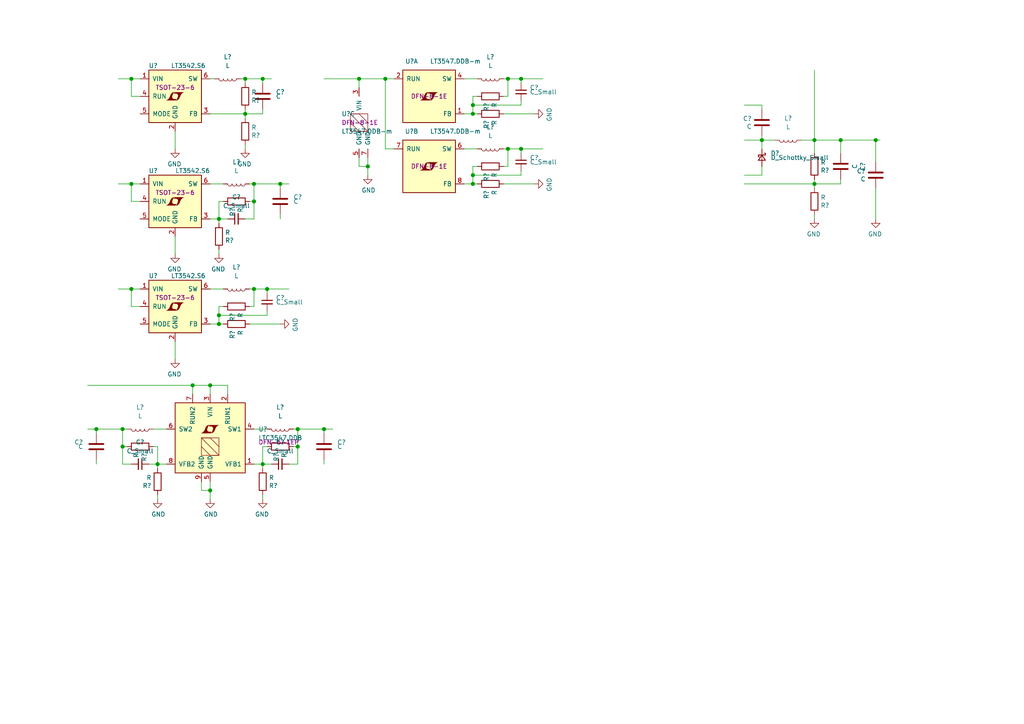
<source format=kicad_sch>
(kicad_sch (version 20201015) (generator eeschema)
  (paper "A4")
  (lib_symbols
    (symbol "ADI_Power:LTC3542.S6" (pin_names (offset 1.016))
      (property "Reference" "U" (at -7.62 11.43 0))
      (property "Value" "LTC3542.S6" (at -7.62 8.89 0))
      (property "Datasheet" "http://www.linear.com/product/LTC3542" (at 15.24 -17.78 0))
      (symbol "LTC3542.S6_0_0"
        (polyline (pts (xy 0.2032 -0.9906) (xy 0.2286 -0.9652) (xy 0.2794 -0.8636) (xy 0.2794 -0.8382) (xy 0.1524 -0.8382) (xy 0.0508 -0.8128) (xy -0.4064 -0.8128) (xy -0.4318 -0.7874) (xy -0.6858 -0.6604) (xy -0.7874 -0.5588) (xy -0.8636 -0.4318) (xy -0.9144 -0.3302) (xy -0.9144 -0.0254) (xy -0.8636 0.127) (xy -0.8382 0.2286) (xy -0.8128 0.3048) (xy -0.762 0.4318) (xy -0.7112 0.5842) (xy -0.635 0.7112) (xy -0.5842 0.8382) (xy -0.508 0.9398) (xy -0.4572 1.0414) (xy -0.3302 1.1684) (xy -0.508 1.1684) (xy -0.635 1.1176) (xy -0.7366 1.0668) (xy -0.8128 1.016) (xy -0.9398 0.9144) (xy -1.1176 0.7366) (xy -1.3716 0.2794) (xy -1.4732 0) (xy -1.4732 -0.0508) (xy -1.524 -0.1524) (xy -1.5748 -0.2794) (xy -1.6256 -0.381) (xy -1.7526 -0.5588) (xy -1.905 -0.762) (xy -2.0574 -0.9144) (xy -2.2098 -1.0414) (xy -2.3876 -1.1176) (xy -2.54 -1.1684) (xy 0.127 -1.1684) (xy 0.2032 -0.9906)) (stroke (width 0.0254)) (fill (type outline)))
        (polyline (pts (xy 0.4064 -1.143) (xy 0.4826 -1.143) (xy 0.6604 -1.0668) (xy 0.8128 -0.9652) (xy 1.0922 -0.6858) (xy 1.2192 -0.4826) (xy 1.3208 -0.2794) (xy 1.397 -0.0254) (xy 1.4224 -0.0254) (xy 1.4986 0.2286) (xy 1.7526 0.635) (xy 1.905 0.8128) (xy 2.0574 0.9652) (xy 2.2098 1.0668) (xy 2.3876 1.143) (xy 2.413 1.143) (xy 2.413 1.1684) (xy -0.1524 1.1684) (xy -0.2286 1.016) (xy -0.254 0.9906) (xy -0.3048 0.889) (xy -0.3302 0.8636) (xy -0.2794 0.8636) (xy -0.2286 0.8382) (xy 0.3048 0.8382) (xy 0.3556 0.8128) (xy 0.4064 0.8128) (xy 0.4826 0.7874) (xy 0.6096 0.7112) (xy 0.7366 0.6096) (xy 0.8128 0.4826) (xy 0.8382 0.4318) (xy 0.8636 0.4064) (xy 0.8636 0) (xy 0.8382 -0.0508) (xy 0.8382 -0.127) (xy 0.7874 -0.2286) (xy 0.762 -0.3556) (xy 0.6858 -0.508) (xy 0.635 -0.6604) (xy 0.4826 -0.9144) (xy 0.4318 -1.016) (xy 0.2794 -1.1684) (xy 0.4064 -1.143)) (stroke (width 0.0254)) (fill (type outline)))
      )
      (symbol "LTC3542.S6_0_1"
        (rectangle (start -7.62 7.62) (end 7.62 -7.62) (stroke (width 0.254)) (fill (type background)))
      )
      (symbol "LTC3542.S6_1_1"
        (pin power_in line (at -10.16 5.08 0) (length 2.54) (name "VIN") (number "1"))
        (pin power_in line (at 0 -10.16 90) (length 2.54) (name "GND") (number "2"))
        (pin passive line (at 10.16 -5.08 180) (length 2.54) (name "FB") (number "3"))
        (pin input line (at -10.16 0 0) (length 2.54) (name "RUN") (number "4"))
        (pin passive line (at -10.16 -5.08 0) (length 2.54) (name "MODE") (number "5"))
        (pin passive line (at 10.16 5.08 180) (length 2.54) (name "SW") (number "6"))
      )
    )
    (symbol "ADI_Power:LTC3547.DDB" (pin_names (offset 1.016))
      (property "Reference" "U" (at -10.16 -11.43 0))
      (property "Value" "LTC3547.DDB" (at 1.27 -11.43 0))
      (property "Datasheet" "http://www.linear.com/product/LTC3547" (at 15.24 -20.32 0))
      (symbol "LTC3547.DDB_0_0"
        (polyline (pts (xy 0.2032 1.5494) (xy 0.2286 1.5748) (xy 0.2794 1.6764) (xy 0.2794 1.7018) (xy 0.1524 1.7018) (xy 0.0508 1.7272) (xy -0.4064 1.7272) (xy -0.4318 1.7526) (xy -0.6858 1.8796) (xy -0.7874 1.9812) (xy -0.8636 2.1082) (xy -0.9144 2.2098) (xy -0.9144 2.5146) (xy -0.8636 2.667) (xy -0.8382 2.7686) (xy -0.8128 2.8448) (xy -0.762 2.9718) (xy -0.7112 3.1242) (xy -0.635 3.2512) (xy -0.5842 3.3782) (xy -0.508 3.4798) (xy -0.4572 3.5814) (xy -0.3302 3.7084) (xy -0.508 3.7084) (xy -0.635 3.6576) (xy -0.7366 3.6068) (xy -0.8128 3.556) (xy -0.9398 3.4544) (xy -1.1176 3.2766) (xy -1.3716 2.8194) (xy -1.4732 2.54) (xy -1.4732 2.4892) (xy -1.524 2.3876) (xy -1.5748 2.2606) (xy -1.6256 2.159) (xy -1.7526 1.9812) (xy -1.905 1.778) (xy -2.0574 1.6256) (xy -2.2098 1.4986) (xy -2.3876 1.4224) (xy -2.54 1.3716) (xy 0.127 1.3716) (xy 0.2032 1.5494)) (stroke (width 0.0254)) (fill (type outline)))
        (polyline (pts (xy 0.4064 1.397) (xy 0.4826 1.397) (xy 0.6604 1.4732) (xy 0.8128 1.5748) (xy 1.0922 1.8542) (xy 1.2192 2.0574) (xy 1.3208 2.2606) (xy 1.397 2.5146) (xy 1.4224 2.5146) (xy 1.4986 2.7686) (xy 1.7526 3.175) (xy 1.905 3.3528) (xy 2.0574 3.5052) (xy 2.2098 3.6068) (xy 2.3876 3.683) (xy 2.413 3.683) (xy 2.413 3.7084) (xy -0.1524 3.7084) (xy -0.2286 3.556) (xy -0.254 3.5306) (xy -0.3048 3.429) (xy -0.3302 3.4036) (xy -0.2794 3.4036) (xy -0.2286 3.3782) (xy 0.3048 3.3782) (xy 0.3556 3.3528) (xy 0.4064 3.3528) (xy 0.4826 3.3274) (xy 0.6096 3.2512) (xy 0.7366 3.1496) (xy 0.8128 3.0226) (xy 0.8382 2.9718) (xy 0.8636 2.9464) (xy 0.8636 2.54) (xy 0.8382 2.4892) (xy 0.8382 2.413) (xy 0.7874 2.3114) (xy 0.762 2.1844) (xy 0.6858 2.032) (xy 0.635 1.8796) (xy 0.4826 1.6256) (xy 0.4318 1.524) (xy 0.2794 1.3716) (xy 0.4064 1.397)) (stroke (width 0.0254)) (fill (type outline)))
      )
      (symbol "LTC3547.DDB_0_1"
        (rectangle (start -10.16 10.16) (end 10.16 -10.16) (stroke (width 0.254)) (fill (type background)))
        (rectangle (start -2.54 0) (end 2.54 -5.08))
        (polyline (pts (xy -2.54 -2.54) (xy 0 -5.08) (xy 2.54 -5.08) (xy -2.54 0) (xy 0 0) (xy 2.54 -2.54)))
      )
      (symbol "LTC3547.DDB_1_1"
        (pin passive line (at 12.7 -7.62 180) (length 2.54) (name "VFB1") (number "1"))
        (pin input line (at 5.08 12.7 270) (length 2.54) (name "RUN1") (number "2"))
        (pin power_in line (at 0 12.7 270) (length 2.54) (name "VIN") (number "3"))
        (pin passive line (at 12.7 2.54 180) (length 2.54) (name "SW1") (number "4"))
        (pin power_in line (at 0 -12.7 90) (length 2.54) (name "GND") (number "5"))
        (pin passive line (at -12.7 2.54 0) (length 2.54) (name "SW2") (number "6"))
        (pin input line (at -5.08 12.7 270) (length 2.54) (name "RUN2") (number "7"))
        (pin passive line (at -12.7 -7.62 0) (length 2.54) (name "VFB2") (number "8"))
        (pin power_in line (at -2.54 -12.7 90) (length 2.54) (name "GND") (number "9"))
      )
    )
    (symbol "ADI_Power:LTC3547.DDB-m" (pin_names (offset 1.016))
      (property "Reference" "U" (at -7.62 8.89 0))
      (property "Value" "LTC3547.DDB-m" (at 1.27 8.89 0))
      (property "Datasheet" "http://www.linear.com/product/LTC3547" (at 15.24 -17.78 0))
      (symbol "LTC3547.DDB-m_1_0"
        (polyline (pts (xy 0.2032 -0.9906) (xy 0.2286 -0.9652) (xy 0.2794 -0.8636) (xy 0.2794 -0.8382) (xy 0.1524 -0.8382) (xy 0.0508 -0.8128) (xy -0.4064 -0.8128) (xy -0.4318 -0.7874) (xy -0.6858 -0.6604) (xy -0.7874 -0.5588) (xy -0.8636 -0.4318) (xy -0.9144 -0.3302) (xy -0.9144 -0.0254) (xy -0.8636 0.127) (xy -0.8382 0.2286) (xy -0.8128 0.3048) (xy -0.762 0.4318) (xy -0.7112 0.5842) (xy -0.635 0.7112) (xy -0.5842 0.8382) (xy -0.508 0.9398) (xy -0.4572 1.0414) (xy -0.3302 1.1684) (xy -0.508 1.1684) (xy -0.635 1.1176) (xy -0.7366 1.0668) (xy -0.8128 1.016) (xy -0.9398 0.9144) (xy -1.1176 0.7366) (xy -1.3716 0.2794) (xy -1.4732 0) (xy -1.4732 -0.0508) (xy -1.524 -0.1524) (xy -1.5748 -0.2794) (xy -1.6256 -0.381) (xy -1.7526 -0.5588) (xy -1.905 -0.762) (xy -2.0574 -0.9144) (xy -2.2098 -1.0414) (xy -2.3876 -1.1176) (xy -2.54 -1.1684) (xy 0.127 -1.1684) (xy 0.2032 -0.9906)) (stroke (width 0.0254)) (fill (type outline)))
        (polyline (pts (xy 0.4064 -1.143) (xy 0.4826 -1.143) (xy 0.6604 -1.0668) (xy 0.8128 -0.9652) (xy 1.0922 -0.6858) (xy 1.2192 -0.4826) (xy 1.3208 -0.2794) (xy 1.397 -0.0254) (xy 1.4224 -0.0254) (xy 1.4986 0.2286) (xy 1.7526 0.635) (xy 1.905 0.8128) (xy 2.0574 0.9652) (xy 2.2098 1.0668) (xy 2.3876 1.143) (xy 2.413 1.143) (xy 2.413 1.1684) (xy -0.1524 1.1684) (xy -0.2286 1.016) (xy -0.254 0.9906) (xy -0.3048 0.889) (xy -0.3302 0.8636) (xy -0.2794 0.8636) (xy -0.2286 0.8382) (xy 0.3048 0.8382) (xy 0.3556 0.8128) (xy 0.4064 0.8128) (xy 0.4826 0.7874) (xy 0.6096 0.7112) (xy 0.7366 0.6096) (xy 0.8128 0.4826) (xy 0.8382 0.4318) (xy 0.8636 0.4064) (xy 0.8636 0) (xy 0.8382 -0.0508) (xy 0.8382 -0.127) (xy 0.7874 -0.2286) (xy 0.762 -0.3556) (xy 0.6858 -0.508) (xy 0.635 -0.6604) (xy 0.4826 -0.9144) (xy 0.4318 -1.016) (xy 0.2794 -1.1684) (xy 0.4064 -1.143)) (stroke (width 0.0254)) (fill (type outline)))
      )
      (symbol "LTC3547.DDB-m_1_1"
        (rectangle (start -7.62 7.62) (end 7.62 -7.62) (stroke (width 0.254)) (fill (type background)))
        (pin passive line (at 10.16 -5.08 180) (length 2.54) (name "FB") (number "1"))
        (pin input line (at -10.16 5.08 0) (length 2.54) (name "RUN") (number "2"))
        (pin passive line (at 10.16 5.08 180) (length 2.54) (name "SW") (number "4"))
      )
      (symbol "LTC3547.DDB-m_2_0"
        (polyline (pts (xy 0.2032 -0.9906) (xy 0.2286 -0.9652) (xy 0.2794 -0.8636) (xy 0.2794 -0.8382) (xy 0.1524 -0.8382) (xy 0.0508 -0.8128) (xy -0.4064 -0.8128) (xy -0.4318 -0.7874) (xy -0.6858 -0.6604) (xy -0.7874 -0.5588) (xy -0.8636 -0.4318) (xy -0.9144 -0.3302) (xy -0.9144 -0.0254) (xy -0.8636 0.127) (xy -0.8382 0.2286) (xy -0.8128 0.3048) (xy -0.762 0.4318) (xy -0.7112 0.5842) (xy -0.635 0.7112) (xy -0.5842 0.8382) (xy -0.508 0.9398) (xy -0.4572 1.0414) (xy -0.3302 1.1684) (xy -0.508 1.1684) (xy -0.635 1.1176) (xy -0.7366 1.0668) (xy -0.8128 1.016) (xy -0.9398 0.9144) (xy -1.1176 0.7366) (xy -1.3716 0.2794) (xy -1.4732 0) (xy -1.4732 -0.0508) (xy -1.524 -0.1524) (xy -1.5748 -0.2794) (xy -1.6256 -0.381) (xy -1.7526 -0.5588) (xy -1.905 -0.762) (xy -2.0574 -0.9144) (xy -2.2098 -1.0414) (xy -2.3876 -1.1176) (xy -2.54 -1.1684) (xy 0.127 -1.1684) (xy 0.2032 -0.9906)) (stroke (width 0.0254)) (fill (type outline)))
        (polyline (pts (xy 0.4064 -1.143) (xy 0.4826 -1.143) (xy 0.6604 -1.0668) (xy 0.8128 -0.9652) (xy 1.0922 -0.6858) (xy 1.2192 -0.4826) (xy 1.3208 -0.2794) (xy 1.397 -0.0254) (xy 1.4224 -0.0254) (xy 1.4986 0.2286) (xy 1.7526 0.635) (xy 1.905 0.8128) (xy 2.0574 0.9652) (xy 2.2098 1.0668) (xy 2.3876 1.143) (xy 2.413 1.143) (xy 2.413 1.1684) (xy -0.1524 1.1684) (xy -0.2286 1.016) (xy -0.254 0.9906) (xy -0.3048 0.889) (xy -0.3302 0.8636) (xy -0.2794 0.8636) (xy -0.2286 0.8382) (xy 0.3048 0.8382) (xy 0.3556 0.8128) (xy 0.4064 0.8128) (xy 0.4826 0.7874) (xy 0.6096 0.7112) (xy 0.7366 0.6096) (xy 0.8128 0.4826) (xy 0.8382 0.4318) (xy 0.8636 0.4064) (xy 0.8636 0) (xy 0.8382 -0.0508) (xy 0.8382 -0.127) (xy 0.7874 -0.2286) (xy 0.762 -0.3556) (xy 0.6858 -0.508) (xy 0.635 -0.6604) (xy 0.4826 -0.9144) (xy 0.4318 -1.016) (xy 0.2794 -1.1684) (xy 0.4064 -1.143)) (stroke (width 0.0254)) (fill (type outline)))
      )
      (symbol "LTC3547.DDB-m_2_1"
        (rectangle (start -7.62 7.62) (end 7.62 -7.62) (stroke (width 0.254)) (fill (type background)))
        (pin passive line (at 10.16 5.08 180) (length 2.54) (name "SW") (number "6"))
        (pin input line (at -10.16 5.08 0) (length 2.54) (name "RUN") (number "7"))
        (pin passive line (at 10.16 -5.08 180) (length 2.54) (name "FB") (number "8"))
      )
      (symbol "LTC3547.DDB-m_3_1"
        (rectangle (start -2.54 2.54) (end 2.54 -2.54))
        (polyline (pts (xy -2.54 0) (xy 0 -2.54) (xy 2.54 -2.54) (xy -2.54 2.54) (xy 0 2.54) (xy 2.54 0)))
        (pin power_in line (at 0 10.16 270) (length 2.54) (name "VIN") (number "3"))
        (pin power_in line (at 0 -10.16 90) (length 2.54) (name "GND") (number "5"))
        (pin power_in line (at 2.54 -10.16 90) (length 2.54) (name "GND") (number "7"))
      )
    )
    (symbol "Device:C" (pin_numbers hide) (pin_names (offset 0.254))
      (property "Reference" "C" (at 0.635 2.54 0))
      (property "Value" "C" (at 0.635 -2.54 0))
      (symbol "C_0_1"
        (polyline (pts (xy -2.032 -0.762) (xy 2.032 -0.762)) (stroke (width 0.508)))
        (polyline (pts (xy -2.032 0.762) (xy 2.032 0.762)) (stroke (width 0.508)))
      )
      (symbol "C_1_1"
        (pin passive line (at 0 3.81 270) (length 2.794) (name "~") (number "1"))
        (pin passive line (at 0 -3.81 90) (length 2.794) (name "~") (number "2"))
      )
    )
    (symbol "Device:C_Small" (pin_numbers hide) (pin_names (offset 0.254) hide)
      (property "Reference" "C" (at 0.254 1.778 0))
      (property "Value" "C_Small" (at 0.254 -2.032 0))
      (symbol "C_Small_0_1"
        (polyline (pts (xy -1.524 -0.508) (xy 1.524 -0.508)) (stroke (width 0.3302)))
        (polyline (pts (xy -1.524 0.508) (xy 1.524 0.508)) (stroke (width 0.3048)))
      )
      (symbol "C_Small_1_1"
        (pin passive line (at 0 2.54 270) (length 2.032) (name "~") (number "1"))
        (pin passive line (at 0 -2.54 90) (length 2.032) (name "~") (number "2"))
      )
    )
    (symbol "Device:D_Schottky_Small" (pin_numbers hide) (pin_names (offset 0.254) hide)
      (property "Reference" "D" (at -1.27 2.032 0))
      (property "Value" "D_Schottky_Small" (at -7.112 -2.032 0))
      (symbol "D_Schottky_Small_0_1"
        (polyline (pts (xy -0.762 0) (xy 0.762 0)))
        (polyline (pts (xy 0.762 -1.016) (xy -0.762 0) (xy 0.762 1.016) (xy 0.762 -1.016)) (stroke (width 0.254)))
        (polyline (pts (xy -1.27 0.762) (xy -1.27 1.016) (xy -0.762 1.016) (xy -0.762 -1.016) (xy -0.254 -1.016) (xy -0.254 -0.762)) (stroke (width 0.254)))
      )
      (symbol "D_Schottky_Small_1_1"
        (pin passive line (at -2.54 0 0) (length 1.778) (name "K") (number "1"))
        (pin passive line (at 2.54 0 180) (length 1.778) (name "A") (number "2"))
      )
    )
    (symbol "Device:L" (pin_numbers hide) (pin_names (offset 1.016) hide)
      (property "Reference" "L" (at -1.27 0 90))
      (property "Value" "L" (at 1.905 0 90))
      (symbol "L_0_1"
        (arc (start 0 -2.54) (end 0 -1.27) (radius (at 0 -1.905) (length 0.635) (angles -89.9 89.9)))
        (arc (start 0 -1.27) (end 0 0) (radius (at 0 -0.635) (length 0.635) (angles -89.9 89.9)))
        (arc (start 0 0) (end 0 1.27) (radius (at 0 0.635) (length 0.635) (angles -89.9 89.9)))
        (arc (start 0 1.27) (end 0 2.54) (radius (at 0 1.905) (length 0.635) (angles -89.9 89.9)))
      )
      (symbol "L_1_1"
        (pin passive line (at 0 3.81 270) (length 1.27) (name "1") (number "1"))
        (pin passive line (at 0 -3.81 90) (length 1.27) (name "2") (number "2"))
      )
    )
    (symbol "Device:R" (pin_numbers hide) (pin_names (offset 0))
      (property "Reference" "R" (at 2.032 0 90))
      (property "Value" "R" (at 0 0 90))
      (symbol "R_0_1"
        (rectangle (start -1.016 -2.54) (end 1.016 2.54) (stroke (width 0.254)))
      )
      (symbol "R_1_1"
        (pin passive line (at 0 3.81 270) (length 1.27) (name "~") (number "1"))
        (pin passive line (at 0 -3.81 90) (length 1.27) (name "~") (number "2"))
      )
    )
    (symbol "power:GND" (power) (pin_names (offset 0))
      (property "Value" "GND" (at 0 -3.81 0))
      (symbol "GND_0_1"
        (polyline (pts (xy 0 0) (xy 0 -1.27) (xy 1.27 -1.27) (xy 0 -2.54) (xy -1.27 -1.27) (xy 0 -1.27)))
      )
      (symbol "GND_1_1"
        (pin power_in line (at 0 0 270) (length 0) hide (name "GND") (number "1"))
      )
    )
  )
  (junction (at 27.94 124.46) (diameter 1.016))
  (junction (at 35.56 124.46) (diameter 1.016))
  (junction (at 35.56 129.54) (diameter 1.016))
  (junction (at 38.1 22.86) (diameter 1.016))
  (junction (at 38.1 53.34) (diameter 1.016))
  (junction (at 38.1 83.82) (diameter 1.016))
  (junction (at 45.72 134.62) (diameter 1.016))
  (junction (at 55.88 111.76) (diameter 1.016))
  (junction (at 60.96 111.76) (diameter 1.016))
  (junction (at 60.96 142.24) (diameter 1.016))
  (junction (at 63.5 63.5) (diameter 1.016))
  (junction (at 63.5 91.44) (diameter 1.016))
  (junction (at 63.5 93.98) (diameter 1.016))
  (junction (at 71.12 22.86) (diameter 1.016))
  (junction (at 71.12 33.02) (diameter 1.016))
  (junction (at 73.66 53.34) (diameter 1.016))
  (junction (at 73.66 58.42) (diameter 1.016))
  (junction (at 73.66 83.82) (diameter 1.016))
  (junction (at 76.2 22.86) (diameter 1.016))
  (junction (at 76.2 134.62) (diameter 1.016))
  (junction (at 77.47 83.82) (diameter 1.016))
  (junction (at 81.28 53.34) (diameter 1.016))
  (junction (at 86.36 124.46) (diameter 1.016))
  (junction (at 86.36 129.54) (diameter 1.016))
  (junction (at 93.98 124.46) (diameter 1.016))
  (junction (at 104.14 22.86) (diameter 1.016))
  (junction (at 106.68 48.26) (diameter 1.016))
  (junction (at 111.76 22.86) (diameter 1.016))
  (junction (at 137.16 30.48) (diameter 1.016))
  (junction (at 137.16 33.02) (diameter 1.016))
  (junction (at 137.16 50.8) (diameter 1.016))
  (junction (at 137.16 53.34) (diameter 1.016))
  (junction (at 147.32 22.86) (diameter 1.016))
  (junction (at 147.32 43.18) (diameter 1.016))
  (junction (at 151.13 22.86) (diameter 1.016))
  (junction (at 151.13 43.18) (diameter 1.016))
  (junction (at 220.98 40.64) (diameter 1.016))
  (junction (at 236.22 40.64) (diameter 1.016))
  (junction (at 236.22 53.34) (diameter 1.016))
  (junction (at 243.84 40.64) (diameter 1.016))
  (junction (at 254 40.64) (diameter 1.016))
  (wire (pts (xy 25.4 111.76) (xy 55.88 111.76)))
  (wire (pts (xy 27.94 124.46) (xy 25.4 124.46)))
  (wire (pts (xy 27.94 124.46) (xy 27.94 125.73)))
  (wire (pts (xy 27.94 134.62) (xy 27.94 133.35)))
  (wire (pts (xy 34.29 22.86) (xy 38.1 22.86)))
  (wire (pts (xy 34.29 53.34) (xy 38.1 53.34)))
  (wire (pts (xy 34.29 83.82) (xy 38.1 83.82)))
  (wire (pts (xy 35.56 124.46) (xy 27.94 124.46)))
  (wire (pts (xy 35.56 124.46) (xy 35.56 129.54)))
  (wire (pts (xy 35.56 129.54) (xy 35.56 134.62)))
  (wire (pts (xy 35.56 134.62) (xy 38.1 134.62)))
  (wire (pts (xy 36.83 124.46) (xy 35.56 124.46)))
  (wire (pts (xy 36.83 129.54) (xy 35.56 129.54)))
  (wire (pts (xy 38.1 22.86) (xy 40.64 22.86)))
  (wire (pts (xy 38.1 27.94) (xy 38.1 22.86)))
  (wire (pts (xy 38.1 53.34) (xy 40.64 53.34)))
  (wire (pts (xy 38.1 58.42) (xy 38.1 53.34)))
  (wire (pts (xy 38.1 83.82) (xy 40.64 83.82)))
  (wire (pts (xy 38.1 88.9) (xy 38.1 83.82)))
  (wire (pts (xy 40.64 27.94) (xy 38.1 27.94)))
  (wire (pts (xy 40.64 58.42) (xy 38.1 58.42)))
  (wire (pts (xy 40.64 88.9) (xy 38.1 88.9)))
  (wire (pts (xy 45.72 129.54) (xy 44.45 129.54)))
  (wire (pts (xy 45.72 129.54) (xy 45.72 134.62)))
  (wire (pts (xy 45.72 134.62) (xy 43.18 134.62)))
  (wire (pts (xy 45.72 134.62) (xy 45.72 135.89)))
  (wire (pts (xy 45.72 143.51) (xy 45.72 144.78)))
  (wire (pts (xy 48.26 124.46) (xy 44.45 124.46)))
  (wire (pts (xy 48.26 134.62) (xy 45.72 134.62)))
  (wire (pts (xy 50.8 38.1) (xy 50.8 43.18)))
  (wire (pts (xy 50.8 68.58) (xy 50.8 73.66)))
  (wire (pts (xy 50.8 99.06) (xy 50.8 104.14)))
  (wire (pts (xy 55.88 111.76) (xy 60.96 111.76)))
  (wire (pts (xy 55.88 114.3) (xy 55.88 111.76)))
  (wire (pts (xy 58.42 142.24) (xy 58.42 139.7)))
  (wire (pts (xy 60.96 22.86) (xy 62.23 22.86)))
  (wire (pts (xy 60.96 33.02) (xy 71.12 33.02)))
  (wire (pts (xy 60.96 53.34) (xy 64.77 53.34)))
  (wire (pts (xy 60.96 63.5) (xy 63.5 63.5)))
  (wire (pts (xy 60.96 83.82) (xy 64.77 83.82)))
  (wire (pts (xy 60.96 93.98) (xy 63.5 93.98)))
  (wire (pts (xy 60.96 111.76) (xy 66.04 111.76)))
  (wire (pts (xy 60.96 114.3) (xy 60.96 111.76)))
  (wire (pts (xy 60.96 142.24) (xy 58.42 142.24)))
  (wire (pts (xy 60.96 142.24) (xy 60.96 139.7)))
  (wire (pts (xy 60.96 144.78) (xy 60.96 142.24)))
  (wire (pts (xy 63.5 58.42) (xy 63.5 63.5)))
  (wire (pts (xy 63.5 58.42) (xy 64.77 58.42)))
  (wire (pts (xy 63.5 63.5) (xy 63.5 64.77)))
  (wire (pts (xy 63.5 63.5) (xy 66.04 63.5)))
  (wire (pts (xy 63.5 72.39) (xy 63.5 73.66)))
  (wire (pts (xy 63.5 88.9) (xy 64.77 88.9)))
  (wire (pts (xy 63.5 91.44) (xy 63.5 88.9)))
  (wire (pts (xy 63.5 93.98) (xy 63.5 91.44)))
  (wire (pts (xy 63.5 93.98) (xy 64.77 93.98)))
  (wire (pts (xy 66.04 111.76) (xy 66.04 114.3)))
  (wire (pts (xy 69.85 22.86) (xy 71.12 22.86)))
  (wire (pts (xy 71.12 22.86) (xy 76.2 22.86)))
  (wire (pts (xy 71.12 24.13) (xy 71.12 22.86)))
  (wire (pts (xy 71.12 31.75) (xy 71.12 33.02)))
  (wire (pts (xy 71.12 33.02) (xy 71.12 34.29)))
  (wire (pts (xy 71.12 33.02) (xy 76.2 33.02)))
  (wire (pts (xy 71.12 41.91) (xy 71.12 43.18)))
  (wire (pts (xy 72.39 53.34) (xy 73.66 53.34)))
  (wire (pts (xy 72.39 58.42) (xy 73.66 58.42)))
  (wire (pts (xy 72.39 83.82) (xy 73.66 83.82)))
  (wire (pts (xy 72.39 88.9) (xy 73.66 88.9)))
  (wire (pts (xy 72.39 93.98) (xy 81.28 93.98)))
  (wire (pts (xy 73.66 53.34) (xy 73.66 58.42)))
  (wire (pts (xy 73.66 53.34) (xy 81.28 53.34)))
  (wire (pts (xy 73.66 58.42) (xy 73.66 63.5)))
  (wire (pts (xy 73.66 63.5) (xy 71.12 63.5)))
  (wire (pts (xy 73.66 83.82) (xy 77.47 83.82)))
  (wire (pts (xy 73.66 88.9) (xy 73.66 83.82)))
  (wire (pts (xy 73.66 124.46) (xy 77.47 124.46)))
  (wire (pts (xy 73.66 134.62) (xy 76.2 134.62)))
  (wire (pts (xy 76.2 22.86) (xy 76.2 24.13)))
  (wire (pts (xy 76.2 22.86) (xy 78.74 22.86)))
  (wire (pts (xy 76.2 33.02) (xy 76.2 31.75)))
  (wire (pts (xy 76.2 129.54) (xy 76.2 134.62)))
  (wire (pts (xy 76.2 129.54) (xy 77.47 129.54)))
  (wire (pts (xy 76.2 134.62) (xy 76.2 135.89)))
  (wire (pts (xy 76.2 134.62) (xy 78.74 134.62)))
  (wire (pts (xy 76.2 143.51) (xy 76.2 144.78)))
  (wire (pts (xy 77.47 83.82) (xy 83.82 83.82)))
  (wire (pts (xy 77.47 85.09) (xy 77.47 83.82)))
  (wire (pts (xy 77.47 90.17) (xy 77.47 91.44)))
  (wire (pts (xy 77.47 91.44) (xy 63.5 91.44)))
  (wire (pts (xy 81.28 53.34) (xy 81.28 54.61)))
  (wire (pts (xy 81.28 53.34) (xy 83.82 53.34)))
  (wire (pts (xy 81.28 63.5) (xy 81.28 62.23)))
  (wire (pts (xy 85.09 124.46) (xy 86.36 124.46)))
  (wire (pts (xy 85.09 129.54) (xy 86.36 129.54)))
  (wire (pts (xy 86.36 124.46) (xy 86.36 129.54)))
  (wire (pts (xy 86.36 124.46) (xy 93.98 124.46)))
  (wire (pts (xy 86.36 129.54) (xy 86.36 134.62)))
  (wire (pts (xy 86.36 134.62) (xy 83.82 134.62)))
  (wire (pts (xy 93.98 22.86) (xy 104.14 22.86)))
  (wire (pts (xy 93.98 124.46) (xy 93.98 125.73)))
  (wire (pts (xy 93.98 124.46) (xy 96.52 124.46)))
  (wire (pts (xy 93.98 134.62) (xy 93.98 133.35)))
  (wire (pts (xy 104.14 22.86) (xy 104.14 25.4)))
  (wire (pts (xy 104.14 22.86) (xy 111.76 22.86)))
  (wire (pts (xy 104.14 48.26) (xy 104.14 45.72)))
  (wire (pts (xy 106.68 48.26) (xy 104.14 48.26)))
  (wire (pts (xy 106.68 48.26) (xy 106.68 45.72)))
  (wire (pts (xy 106.68 50.8) (xy 106.68 48.26)))
  (wire (pts (xy 111.76 22.86) (xy 111.76 43.18)))
  (wire (pts (xy 111.76 22.86) (xy 114.3 22.86)))
  (wire (pts (xy 111.76 43.18) (xy 114.3 43.18)))
  (wire (pts (xy 134.62 22.86) (xy 138.43 22.86)))
  (wire (pts (xy 134.62 33.02) (xy 137.16 33.02)))
  (wire (pts (xy 134.62 43.18) (xy 138.43 43.18)))
  (wire (pts (xy 134.62 53.34) (xy 137.16 53.34)))
  (wire (pts (xy 137.16 27.94) (xy 138.43 27.94)))
  (wire (pts (xy 137.16 30.48) (xy 137.16 27.94)))
  (wire (pts (xy 137.16 33.02) (xy 137.16 30.48)))
  (wire (pts (xy 137.16 33.02) (xy 138.43 33.02)))
  (wire (pts (xy 137.16 48.26) (xy 138.43 48.26)))
  (wire (pts (xy 137.16 50.8) (xy 137.16 48.26)))
  (wire (pts (xy 137.16 53.34) (xy 137.16 50.8)))
  (wire (pts (xy 137.16 53.34) (xy 138.43 53.34)))
  (wire (pts (xy 146.05 22.86) (xy 147.32 22.86)))
  (wire (pts (xy 146.05 27.94) (xy 147.32 27.94)))
  (wire (pts (xy 146.05 33.02) (xy 154.94 33.02)))
  (wire (pts (xy 146.05 43.18) (xy 147.32 43.18)))
  (wire (pts (xy 146.05 48.26) (xy 147.32 48.26)))
  (wire (pts (xy 146.05 53.34) (xy 154.94 53.34)))
  (wire (pts (xy 147.32 22.86) (xy 151.13 22.86)))
  (wire (pts (xy 147.32 27.94) (xy 147.32 22.86)))
  (wire (pts (xy 147.32 43.18) (xy 151.13 43.18)))
  (wire (pts (xy 147.32 48.26) (xy 147.32 43.18)))
  (wire (pts (xy 151.13 22.86) (xy 157.48 22.86)))
  (wire (pts (xy 151.13 24.13) (xy 151.13 22.86)))
  (wire (pts (xy 151.13 29.21) (xy 151.13 30.48)))
  (wire (pts (xy 151.13 30.48) (xy 137.16 30.48)))
  (wire (pts (xy 151.13 43.18) (xy 157.48 43.18)))
  (wire (pts (xy 151.13 44.45) (xy 151.13 43.18)))
  (wire (pts (xy 151.13 49.53) (xy 151.13 50.8)))
  (wire (pts (xy 151.13 50.8) (xy 137.16 50.8)))
  (wire (pts (xy 215.9 30.48) (xy 220.98 30.48)))
  (wire (pts (xy 215.9 40.64) (xy 220.98 40.64)))
  (wire (pts (xy 215.9 50.8) (xy 220.98 50.8)))
  (wire (pts (xy 215.9 53.34) (xy 236.22 53.34)))
  (wire (pts (xy 220.98 30.48) (xy 220.98 31.75)))
  (wire (pts (xy 220.98 39.37) (xy 220.98 40.64)))
  (wire (pts (xy 220.98 40.64) (xy 220.98 43.18)))
  (wire (pts (xy 220.98 40.64) (xy 224.79 40.64)))
  (wire (pts (xy 220.98 50.8) (xy 220.98 48.26)))
  (wire (pts (xy 232.41 40.64) (xy 236.22 40.64)))
  (wire (pts (xy 236.22 20.32) (xy 236.22 40.64)))
  (wire (pts (xy 236.22 40.64) (xy 236.22 44.45)))
  (wire (pts (xy 236.22 40.64) (xy 243.84 40.64)))
  (wire (pts (xy 236.22 52.07) (xy 236.22 53.34)))
  (wire (pts (xy 236.22 53.34) (xy 236.22 54.61)))
  (wire (pts (xy 236.22 53.34) (xy 243.84 53.34)))
  (wire (pts (xy 236.22 63.5) (xy 236.22 62.23)))
  (wire (pts (xy 243.84 40.64) (xy 243.84 44.45)))
  (wire (pts (xy 243.84 40.64) (xy 254 40.64)))
  (wire (pts (xy 243.84 53.34) (xy 243.84 52.07)))
  (wire (pts (xy 254 40.64) (xy 254 46.99)))
  (wire (pts (xy 254 40.64) (xy 255.27 40.64)))
  (wire (pts (xy 254 54.61) (xy 254 63.5)))
  (symbol (lib_id "Device:L") (at 40.64 124.46 90) (mirror x) (unit 1)
    (property "Reference" "L?" (at 40.64 118.11 90))
    (property "Value" "L" (at 40.64 120.65 90))
  )
  (symbol (lib_id "Device:L") (at 66.04 22.86 270) (unit 1)
    (property "Reference" "L?" (at 66.04 16.51 90))
    (property "Value" "L" (at 66.04 19.05 90))
  )
  (symbol (lib_id "Device:L") (at 68.58 53.34 270) (unit 1)
    (property "Reference" "L?" (at 68.58 46.99 90))
    (property "Value" "L" (at 68.58 49.53 90))
  )
  (symbol (lib_id "Device:L") (at 68.58 83.82 270) (unit 1)
    (property "Reference" "L?" (at 68.58 77.47 90))
    (property "Value" "L" (at 68.58 80.01 90))
  )
  (symbol (lib_id "Device:L") (at 81.28 124.46 270) (unit 1)
    (property "Reference" "L?" (at 81.28 118.11 90))
    (property "Value" "L" (at 81.28 120.65 90))
  )
  (symbol (lib_id "Device:L") (at 142.24 22.86 270) (unit 1)
    (property "Reference" "L?" (at 142.24 16.51 90))
    (property "Value" "L" (at 142.24 19.05 90))
  )
  (symbol (lib_id "Device:L") (at 142.24 43.18 270) (unit 1)
    (property "Reference" "L?" (at 142.24 36.83 90))
    (property "Value" "L" (at 142.24 39.37 90))
  )
  (symbol (lib_id "Device:L") (at 228.6 40.64 270) (unit 1)
    (property "Reference" "L?" (at 228.6 34.29 90))
    (property "Value" "L" (at 228.6 36.83 90))
  )
  (symbol (lib_id "power:GND") (at 45.72 144.78 0) (unit 1)
    (property "Reference" "#PWR?" (effects hide))
    (property "Value" "GND" (at 45.9232 149.1742 0))
  )
  (symbol (lib_id "power:GND") (at 50.8 43.18 0) (mirror y) (unit 1)
    (property "Reference" "#PWR?" (effects hide))
    (property "Value" "GND" (at 50.5968 47.5742 0))
  )
  (symbol (lib_id "power:GND") (at 50.8 73.66 0) (mirror y) (unit 1)
    (property "Reference" "#PWR?" (effects hide))
    (property "Value" "GND" (at 50.5968 78.0542 0))
  )
  (symbol (lib_id "power:GND") (at 50.8 104.14 0) (mirror y) (unit 1)
    (property "Reference" "#PWR?" (effects hide))
    (property "Value" "GND" (at 50.5968 108.5342 0))
  )
  (symbol (lib_id "power:GND") (at 60.96 144.78 0) (unit 1)
    (property "Reference" "#PWR?" (effects hide))
    (property "Value" "GND" (at 61.1632 149.1742 0))
  )
  (symbol (lib_id "power:GND") (at 63.5 73.66 0) (mirror y) (unit 1)
    (property "Reference" "#PWR?" (effects hide))
    (property "Value" "GND" (at 63.2968 78.0542 0))
  )
  (symbol (lib_id "power:GND") (at 71.12 43.18 0) (mirror y) (unit 1)
    (property "Reference" "#PWR?" (effects hide))
    (property "Value" "GND" (at 70.9168 47.5742 0))
  )
  (symbol (lib_id "power:GND") (at 76.2 144.78 0) (mirror y) (unit 1)
    (property "Reference" "#PWR?" (effects hide))
    (property "Value" "GND" (at 75.9968 149.1742 0))
  )
  (symbol (lib_id "power:GND") (at 81.28 93.98 90) (mirror x) (unit 1)
    (property "Reference" "#PWR?" (effects hide))
    (property "Value" "GND" (at 85.6742 94.1832 0))
  )
  (symbol (lib_id "power:GND") (at 106.68 50.8 0) (unit 1)
    (property "Reference" "#PWR?" (effects hide))
    (property "Value" "GND" (at 106.8832 55.1942 0))
  )
  (symbol (lib_id "power:GND") (at 154.94 33.02 90) (mirror x) (unit 1)
    (property "Reference" "#PWR?" (effects hide))
    (property "Value" "GND" (at 159.3342 33.2232 0))
  )
  (symbol (lib_id "power:GND") (at 154.94 53.34 90) (mirror x) (unit 1)
    (property "Reference" "#PWR?" (effects hide))
    (property "Value" "GND" (at 159.3342 53.5432 0))
  )
  (symbol (lib_id "power:GND") (at 236.22 63.5 0) (mirror y) (unit 1)
    (property "Reference" "#PWR?" (effects hide))
    (property "Value" "GND" (at 236.0168 67.8942 0))
  )
  (symbol (lib_id "power:GND") (at 254 63.5 0) (mirror y) (unit 1)
    (property "Reference" "#PWR?" (effects hide))
    (property "Value" "GND" (at 253.7968 67.8942 0))
  )
  (symbol (lib_id "Device:D_Schottky_Small") (at 220.98 45.72 270) (unit 1)
    (property "Reference" "D?" (at 223.52 44.45 90) (effects (justify left)))
    (property "Value" "D_Schottky_Small" (at 223.52 45.72 90) (effects (justify left)))
  )
  (symbol (lib_id "Device:R") (at 40.64 129.54 270) (unit 1)
    (property "Reference" "R?" (at 41.8084 131.318 0) (effects (justify left)))
    (property "Value" "R" (at 39.497 131.318 0) (effects (justify left)))
  )
  (symbol (lib_id "Device:R") (at 45.72 139.7 180) (unit 1)
    (property "Reference" "R?" (at 43.942 140.8684 0) (effects (justify left)))
    (property "Value" "R" (at 43.942 138.557 0) (effects (justify left)))
  )
  (symbol (lib_id "Device:R") (at 63.5 68.58 0) (mirror x) (unit 1)
    (property "Reference" "R?" (at 65.278 69.7484 0) (effects (justify left)))
    (property "Value" "R" (at 65.278 67.437 0) (effects (justify left)))
  )
  (symbol (lib_id "Device:R") (at 68.58 58.42 90) (mirror x) (unit 1)
    (property "Reference" "R?" (at 67.4116 60.198 0) (effects (justify left)))
    (property "Value" "R" (at 69.723 60.198 0) (effects (justify left)))
  )
  (symbol (lib_id "Device:R") (at 68.58 88.9 90) (mirror x) (unit 1)
    (property "Reference" "R?" (at 67.4116 90.678 0) (effects (justify left)))
    (property "Value" "R" (at 69.723 90.678 0) (effects (justify left)))
  )
  (symbol (lib_id "Device:R") (at 68.58 93.98 90) (mirror x) (unit 1)
    (property "Reference" "R?" (at 67.4116 95.758 0) (effects (justify left)))
    (property "Value" "R" (at 69.723 95.758 0) (effects (justify left)))
  )
  (symbol (lib_id "Device:R") (at 71.12 27.94 0) (mirror x) (unit 1)
    (property "Reference" "R?" (at 72.898 29.1084 0) (effects (justify left)))
    (property "Value" "R" (at 72.898 26.797 0) (effects (justify left)))
  )
  (symbol (lib_id "Device:R") (at 71.12 38.1 0) (mirror x) (unit 1)
    (property "Reference" "R?" (at 72.898 39.2684 0) (effects (justify left)))
    (property "Value" "R" (at 72.898 36.957 0) (effects (justify left)))
  )
  (symbol (lib_id "Device:R") (at 76.2 139.7 0) (mirror x) (unit 1)
    (property "Reference" "R?" (at 77.978 140.8684 0) (effects (justify left)))
    (property "Value" "R" (at 77.978 138.557 0) (effects (justify left)))
  )
  (symbol (lib_id "Device:R") (at 81.28 129.54 90) (mirror x) (unit 1)
    (property "Reference" "R?" (at 80.1116 131.318 0) (effects (justify left)))
    (property "Value" "R" (at 82.423 131.318 0) (effects (justify left)))
  )
  (symbol (lib_id "Device:R") (at 142.24 27.94 90) (mirror x) (unit 1)
    (property "Reference" "R?" (at 141.0716 29.718 0) (effects (justify left)))
    (property "Value" "R" (at 143.383 29.718 0) (effects (justify left)))
  )
  (symbol (lib_id "Device:R") (at 142.24 33.02 90) (mirror x) (unit 1)
    (property "Reference" "R?" (at 141.0716 34.798 0) (effects (justify left)))
    (property "Value" "R" (at 143.383 34.798 0) (effects (justify left)))
  )
  (symbol (lib_id "Device:R") (at 142.24 48.26 90) (mirror x) (unit 1)
    (property "Reference" "R?" (at 141.0716 50.038 0) (effects (justify left)))
    (property "Value" "R" (at 143.383 50.038 0) (effects (justify left)))
  )
  (symbol (lib_id "Device:R") (at 142.24 53.34 90) (mirror x) (unit 1)
    (property "Reference" "R?" (at 141.0716 55.118 0) (effects (justify left)))
    (property "Value" "R" (at 143.383 55.118 0) (effects (justify left)))
  )
  (symbol (lib_id "Device:R") (at 236.22 48.26 0) (mirror x) (unit 1)
    (property "Reference" "R?" (at 237.998 49.4284 0) (effects (justify left)))
    (property "Value" "R" (at 237.998 47.117 0) (effects (justify left)))
  )
  (symbol (lib_id "Device:R") (at 236.22 58.42 0) (mirror x) (unit 1)
    (property "Reference" "R?" (at 237.998 59.5884 0) (effects (justify left)))
    (property "Value" "R" (at 237.998 57.277 0) (effects (justify left)))
  )
  (symbol (lib_id "Device:C_Small") (at 40.64 134.62 270) (mirror x) (unit 1)
    (property "Reference" "C?" (at 40.64 128.27 90))
    (property "Value" "C_Small" (at 40.64 130.81 90))
  )
  (symbol (lib_id "Device:C_Small") (at 68.58 63.5 90) (unit 1)
    (property "Reference" "C?" (at 68.58 57.15 90))
    (property "Value" "C_Small" (at 68.58 59.69 90))
  )
  (symbol (lib_id "Device:C_Small") (at 77.47 87.63 0) (unit 1)
    (property "Reference" "C?" (at 80.01 86.36 0) (effects (justify left)))
    (property "Value" "C_Small" (at 80.01 87.63 0) (effects (justify left)))
  )
  (symbol (lib_id "Device:C_Small") (at 81.28 134.62 90) (unit 1)
    (property "Reference" "C?" (at 81.28 128.27 90))
    (property "Value" "C_Small" (at 81.28 130.81 90))
  )
  (symbol (lib_id "Device:C_Small") (at 151.13 26.67 0) (unit 1)
    (property "Reference" "C?" (at 153.67 25.4 0) (effects (justify left)))
    (property "Value" "C_Small" (at 153.67 26.67 0) (effects (justify left)))
  )
  (symbol (lib_id "Device:C_Small") (at 151.13 46.99 0) (unit 1)
    (property "Reference" "C?" (at 153.67 45.72 0) (effects (justify left)))
    (property "Value" "C_Small" (at 153.67 46.99 0) (effects (justify left)))
  )
  (symbol (lib_id "Device:C") (at 27.94 129.54 0) (mirror y) (unit 1)
    (property "Reference" "C?" (at 24.13 128.27 0) (effects (justify left)))
    (property "Value" "C" (at 24.13 129.54 0) (effects (justify left)))
  )
  (symbol (lib_id "Device:C") (at 76.2 27.94 0) (unit 1)
    (property "Reference" "C?" (at 80.01 26.67 0) (effects (justify left)))
    (property "Value" "C" (at 80.01 27.94 0) (effects (justify left)))
  )
  (symbol (lib_id "Device:C") (at 81.28 58.42 0) (unit 1)
    (property "Reference" "C?" (at 85.09 57.15 0) (effects (justify left)))
    (property "Value" "C" (at 85.09 58.42 0) (effects (justify left)))
  )
  (symbol (lib_id "Device:C") (at 93.98 129.54 0) (unit 1)
    (property "Reference" "C?" (at 97.79 128.27 0) (effects (justify left)))
    (property "Value" "C" (at 97.79 129.54 0) (effects (justify left)))
  )
  (symbol (lib_id "Device:C") (at 220.98 35.56 0) (mirror y) (unit 1)
    (property "Reference" "C?" (at 218.059 34.3916 0) (effects (justify left)))
    (property "Value" "C" (at 218.059 36.703 0) (effects (justify left)))
  )
  (symbol (lib_id "Device:C") (at 243.84 48.26 0) (mirror y) (unit 1)
    (property "Reference" "C?" (at 250.2408 48.26 90))
    (property "Value" "C" (at 247.9294 48.26 90))
  )
  (symbol (lib_id "Device:C") (at 254 50.8 0) (mirror y) (unit 1)
    (property "Reference" "C?" (at 251.079 49.6316 0) (effects (justify left)))
    (property "Value" "C" (at 251.079 51.943 0) (effects (justify left)))
  )
  (symbol (lib_id "ADI_Power:LTC3547.DDB-m") (at 104.14 35.56 0) (unit 3)
    (property "Reference" "U?" (at 99.06 33.02 0) (effects (justify left)))
    (property "Value" "LT3547.DDB-m" (at 99.06 38.1 0) (effects (justify left)))
    (property "Footprint" "DFN-8-1E" (at 99.06 35.56 0) (effects (justify left)))
  )
  (symbol (lib_id "ADI_Power:LTC3547.DDB-m") (at 124.46 27.94 0) (unit 1)
    (property "Reference" "U?" (at 119.38 17.78 0))
    (property "Value" "LT3547.DDB-m" (at 132.08 17.78 0))
    (property "Footprint" "DFN-8-1E" (at 124.46 27.94 0))
  )
  (symbol (lib_id "ADI_Power:LTC3547.DDB-m") (at 124.46 48.26 0) (unit 2)
    (property "Reference" "U?" (at 119.38 38.1 0))
    (property "Value" "LT3547.DDB-m" (at 132.08 38.1 0))
    (property "Footprint" "DFN-8-1E" (at 124.46 48.26 0))
  )
  (symbol (lib_id "ADI_Power:LTC3542.S6") (at 50.8 27.94 0) (unit 1)
    (property "Reference" "U?" (at 44.45 19.05 0))
    (property "Value" "LT3542.S6" (at 54.61 19.05 0))
    (property "Footprint" "TSOT-23-6" (at 50.8 25.4 0))
  )
  (symbol (lib_id "ADI_Power:LTC3542.S6") (at 50.8 58.42 0) (unit 1)
    (property "Reference" "U?" (at 44.45 49.53 0))
    (property "Value" "LT3542.S6" (at 55.88 49.53 0))
    (property "Footprint" "TSOT-23-6" (at 50.8 55.88 0))
  )
  (symbol (lib_id "ADI_Power:LTC3542.S6") (at 50.8 88.9 0) (unit 1)
    (property "Reference" "U?" (at 44.45 80.01 0))
    (property "Value" "LT3542.S6" (at 54.61 80.01 0))
    (property "Footprint" "TSOT-23-6" (at 50.8 86.36 0))
  )
  (symbol (lib_id "ADI_Power:LTC3547.DDB") (at 60.96 127 0) (unit 1)
    (property "Reference" "U?" (at 74.93 124.46 0) (effects (justify left)))
    (property "Value" "LTC3547.DDB" (at 74.93 127 0) (effects (justify left)))
    (property "Footprint" "DFN-6-1EP" (at 74.93 128.27 0) (effects (justify left)))
  )
)
</source>
